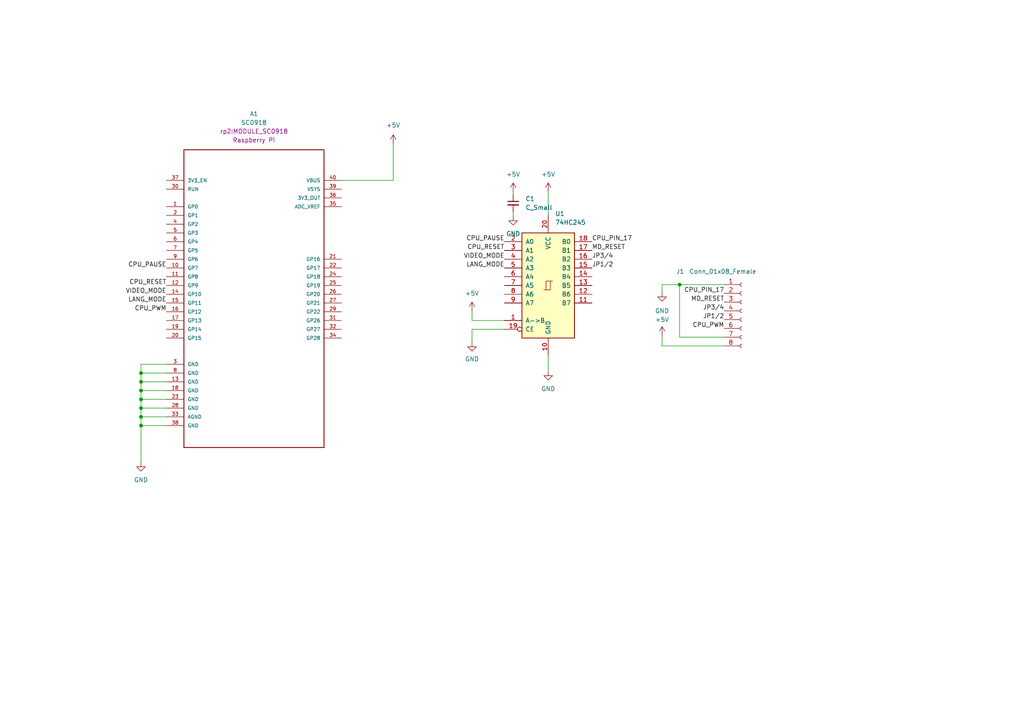
<source format=kicad_sch>
(kicad_sch (version 20211123) (generator eeschema)
  (paper "A4")
  (lib_symbols
    (symbol "74xx:74HC245" (pin_names (offset 1.016))
      (property "Reference" "U" (at -7.62 16.51 0))
      (property "Value" "74HC245" (at -7.62 -16.51 0))
      (symbol "74HC245_1_0"
        (polyline (pts (xy -0.635 -1.27) (xy -0.635 1.27) (xy 0.635 1.27)))
        (polyline (pts (xy -1.27 -1.27) (xy 0.635 -1.27) (xy 0.635 1.27) (xy 1.27 1.27)))
        (pin input line (at -12.7 -10.16 0) (length 5.08) (name "A->B") (number "1"))
        (pin power_in line (at 0 -20.32 90) (length 5.08) (name "GND") (number "10"))
        (pin tri_state line (at 12.7 -5.08 180) (length 5.08) (name "B7") (number "11"))
        (pin tri_state line (at 12.7 -2.54 180) (length 5.08) (name "B6") (number "12"))
        (pin tri_state line (at 12.7 0 180) (length 5.08) (name "B5") (number "13"))
        (pin tri_state line (at 12.7 2.54 180) (length 5.08) (name "B4") (number "14"))
        (pin tri_state line (at 12.7 5.08 180) (length 5.08) (name "B3") (number "15"))
        (pin tri_state line (at 12.7 7.62 180) (length 5.08) (name "B2") (number "16"))
        (pin tri_state line (at 12.7 10.16 180) (length 5.08) (name "B1") (number "17"))
        (pin tri_state line (at 12.7 12.7 180) (length 5.08) (name "B0") (number "18"))
        (pin input inverted (at -12.7 -12.7 0) (length 5.08) (name "CE") (number "19"))
        (pin tri_state line (at -12.7 12.7 0) (length 5.08) (name "A0") (number "2"))
        (pin power_in line (at 0 20.32 270) (length 5.08) (name "VCC") (number "20"))
        (pin tri_state line (at -12.7 10.16 0) (length 5.08) (name "A1") (number "3"))
        (pin tri_state line (at -12.7 7.62 0) (length 5.08) (name "A2") (number "4"))
        (pin tri_state line (at -12.7 5.08 0) (length 5.08) (name "A3") (number "5"))
        (pin tri_state line (at -12.7 2.54 0) (length 5.08) (name "A4") (number "6"))
        (pin tri_state line (at -12.7 0 0) (length 5.08) (name "A5") (number "7"))
        (pin tri_state line (at -12.7 -2.54 0) (length 5.08) (name "A6") (number "8"))
        (pin tri_state line (at -12.7 -5.08 0) (length 5.08) (name "A7") (number "9"))
      )
      (symbol "74HC245_1_1"
        (rectangle (start -7.62 15.24) (end 7.62 -15.24) (stroke (width 0.254)) (fill (type background)))
      )
    )
    (symbol "Connector:Conn_01x08_Female" (pin_names (offset 1.016) hide)
      (property "Reference" "J" (at 0 10.16 0))
      (property "Value" "Conn_01x08_Female" (at 0 -12.7 0))
      (symbol "Conn_01x08_Female_1_1"
        (arc (start 0 -9.652) (mid -0.508 -10.16) (end 0 -10.668) (stroke (width 0.1524)))
        (arc (start 0 -7.112) (mid -0.508 -7.62) (end 0 -8.128) (stroke (width 0.1524)))
        (arc (start 0 -4.572) (mid -0.508 -5.08) (end 0 -5.588) (stroke (width 0.1524)))
        (arc (start 0 -2.032) (mid -0.508 -2.54) (end 0 -3.048) (stroke (width 0.1524)))
        (polyline (pts (xy -1.27 -10.16) (xy -0.508 -10.16)) (stroke (width 0.1524)))
        (polyline (pts (xy -1.27 -7.62) (xy -0.508 -7.62)) (stroke (width 0.1524)))
        (polyline (pts (xy -1.27 -5.08) (xy -0.508 -5.08)) (stroke (width 0.1524)))
        (polyline (pts (xy -1.27 -2.54) (xy -0.508 -2.54)) (stroke (width 0.1524)))
        (polyline (pts (xy -1.27 0) (xy -0.508 0)) (stroke (width 0.1524)))
        (polyline (pts (xy -1.27 2.54) (xy -0.508 2.54)) (stroke (width 0.1524)))
        (polyline (pts (xy -1.27 5.08) (xy -0.508 5.08)) (stroke (width 0.1524)))
        (polyline (pts (xy -1.27 7.62) (xy -0.508 7.62)) (stroke (width 0.1524)))
        (arc (start 0 0.508) (mid -0.508 0) (end 0 -0.508) (stroke (width 0.1524)))
        (arc (start 0 3.048) (mid -0.508 2.54) (end 0 2.032) (stroke (width 0.1524)))
        (arc (start 0 5.588) (mid -0.508 5.08) (end 0 4.572) (stroke (width 0.1524)))
        (arc (start 0 8.128) (mid -0.508 7.62) (end 0 7.112) (stroke (width 0.1524)))
        (pin passive line (at -5.08 7.62 0) (length 3.81) (name "Pin_1") (number "1"))
        (pin passive line (at -5.08 5.08 0) (length 3.81) (name "Pin_2") (number "2"))
        (pin passive line (at -5.08 2.54 0) (length 3.81) (name "Pin_3") (number "3"))
        (pin passive line (at -5.08 0 0) (length 3.81) (name "Pin_4") (number "4"))
        (pin passive line (at -5.08 -2.54 0) (length 3.81) (name "Pin_5") (number "5"))
        (pin passive line (at -5.08 -5.08 0) (length 3.81) (name "Pin_6") (number "6"))
        (pin passive line (at -5.08 -7.62 0) (length 3.81) (name "Pin_7") (number "7"))
        (pin passive line (at -5.08 -10.16 0) (length 3.81) (name "Pin_8") (number "8"))
      )
    )
    (symbol "Device:C_Small" (pin_numbers hide) (pin_names (offset 0.254) hide)
      (property "Reference" "C" (at 0.254 1.778 0))
      (property "Value" "C_Small" (at 0.254 -2.032 0))
      (symbol "C_Small_0_1"
        (polyline (pts (xy -1.524 -0.508) (xy 1.524 -0.508)) (stroke (width 0.3302)))
        (polyline (pts (xy -1.524 0.508) (xy 1.524 0.508)) (stroke (width 0.3048)))
      )
      (symbol "C_Small_1_1"
        (pin passive line (at 0 2.54 270) (length 2.032) (name "~") (number "1"))
        (pin passive line (at 0 -2.54 90) (length 2.032) (name "~") (number "2"))
      )
    )
    (symbol "power:+5V" (power) (pin_names (offset 0))
      (property "Value" "+5V" (at 0 3.556 0))
      (symbol "+5V_0_1"
        (polyline (pts (xy -0.762 1.27) (xy 0 2.54)))
        (polyline (pts (xy 0 0) (xy 0 2.54)))
        (polyline (pts (xy 0 2.54) (xy 0.762 1.27)))
      )
      (symbol "+5V_1_1"
        (pin power_in line (at 0 0 90) (length 0) hide (name "+5V") (number "1"))
      )
    )
    (symbol "power:GND" (power) (pin_names (offset 0))
      (property "Value" "GND" (at 0 -3.81 0))
      (symbol "GND_0_1"
        (polyline (pts (xy 0 0) (xy 0 -1.27) (xy 1.27 -1.27) (xy 0 -2.54) (xy -1.27 -1.27) (xy 0 -1.27)))
      )
      (symbol "GND_1_1"
        (pin power_in line (at 0 0 270) (length 0) hide (name "GND") (number "1"))
      )
    )
    (symbol "rp2:SC0918" (pin_names (offset 1.016))
      (property "Reference" "A1" (at 0 58.42 0))
      (property "Value" "SC0918" (at 0 55.88 0))
      (property "Footprint" "Raspberry Pi:MODULE_SC0918" (at -12.7 -46.99 0))
      (property "manufacturer" "Raspberry Pi" (at 0 53.34 0))
      (symbol "SC0918_0_0"
        (rectangle (start -20.32 -43.18) (end 20.32 43.18) (stroke (width 0.254)))
        (pin bidirectional line (at -25.4 26.67 0) (length 5.08) (name "GP0") (number "1"))
        (pin bidirectional line (at -25.4 8.89 0) (length 5.08) (name "GP7") (number "10"))
        (pin bidirectional line (at -25.4 6.35 0) (length 5.08) (name "GP8") (number "11"))
        (pin bidirectional line (at -25.4 3.81 0) (length 5.08) (name "GP9") (number "12"))
        (pin power_in line (at -25.4 -24.13 0) (length 5.08) (name "GND") (number "13"))
        (pin bidirectional line (at -25.4 1.27 0) (length 5.08) (name "GP10") (number "14"))
        (pin bidirectional line (at -25.4 -1.27 0) (length 5.08) (name "GP11") (number "15"))
        (pin bidirectional line (at -25.4 -3.81 0) (length 5.08) (name "GP12") (number "16"))
        (pin bidirectional line (at -25.4 -6.35 0) (length 5.08) (name "GP13") (number "17"))
        (pin power_in line (at -25.4 -26.67 0) (length 5.08) (name "GND") (number "18"))
        (pin bidirectional line (at -25.4 -8.89 0) (length 5.08) (name "GP14") (number "19"))
        (pin bidirectional line (at -25.4 24.13 0) (length 5.08) (name "GP1") (number "2"))
        (pin bidirectional line (at -25.4 -11.43 0) (length 5.08) (name "GP15") (number "20"))
        (pin bidirectional line (at 25.4 11.43 180) (length 5.08) (name "GP16") (number "21"))
        (pin bidirectional line (at 25.4 8.89 180) (length 5.08) (name "GP17") (number "22"))
        (pin power_in line (at -25.4 -29.21 0) (length 5.08) (name "GND") (number "23"))
        (pin bidirectional line (at 25.4 6.35 180) (length 5.08) (name "GP18") (number "24"))
        (pin bidirectional line (at 25.4 3.81 180) (length 5.08) (name "GP19") (number "25"))
        (pin bidirectional line (at 25.4 1.27 180) (length 5.08) (name "GP20") (number "26"))
        (pin bidirectional line (at 25.4 -1.27 180) (length 5.08) (name "GP21") (number "27"))
        (pin power_in line (at -25.4 -31.75 0) (length 5.08) (name "GND") (number "28"))
        (pin bidirectional line (at 25.4 -3.81 180) (length 5.08) (name "GP22") (number "29"))
        (pin power_in line (at -25.4 -19.05 0) (length 5.08) (name "GND") (number "3"))
        (pin input line (at -25.4 31.75 0) (length 5.08) (name "RUN") (number "30"))
        (pin bidirectional line (at 25.4 -6.35 180) (length 5.08) (name "GP26") (number "31"))
        (pin bidirectional line (at 25.4 -8.89 180) (length 5.08) (name "GP27") (number "32"))
        (pin power_in line (at -25.4 -34.29 0) (length 5.08) (name "AGND") (number "33"))
        (pin bidirectional line (at 25.4 -11.43 180) (length 5.08) (name "GP28") (number "34"))
        (pin power_in line (at 25.4 26.67 180) (length 5.08) (name "ADC_VREF") (number "35"))
        (pin power_in line (at 25.4 29.21 180) (length 5.08) (name "3V3_OUT") (number "36"))
        (pin input line (at -25.4 34.29 0) (length 5.08) (name "3V3_EN") (number "37"))
        (pin power_in line (at -25.4 -36.83 0) (length 5.08) (name "GND") (number "38"))
        (pin free line (at 25.4 31.75 180) (length 5.08) (name "VSYS") (number "39"))
        (pin bidirectional line (at -25.4 21.59 0) (length 5.08) (name "GP2") (number "4"))
        (pin free line (at 25.4 34.29 180) (length 5.08) (name "VBUS") (number "40"))
        (pin bidirectional line (at -25.4 19.05 0) (length 5.08) (name "GP3") (number "5"))
        (pin bidirectional line (at -25.4 16.51 0) (length 5.08) (name "GP4") (number "6"))
        (pin bidirectional line (at -25.4 13.97 0) (length 5.08) (name "GP5") (number "7"))
        (pin power_in line (at -25.4 -21.59 0) (length 5.08) (name "GND") (number "8"))
        (pin bidirectional line (at -25.4 11.43 0) (length 5.08) (name "GP6") (number "9"))
      )
    )
  )
  (junction (at 40.894 123.444))
  (junction (at 40.894 115.824))
  (junction (at 40.894 118.364))
  (junction (at 40.894 120.904))
  (junction (at 40.894 113.284))
  (junction (at 40.894 108.204))
  (junction (at 40.894 110.744))
  (junction (at 197.104 82.55))
  (wire (pts (xy 48.26 105.664) (xy 40.894 105.664)))
  (wire (pts (xy 40.894 120.904) (xy 40.894 123.444)))
  (wire (pts (xy 159.004 103.124) (xy 159.004 107.696)))
  (wire (pts (xy 148.844 61.468) (xy 148.844 62.738)))
  (wire (pts (xy 48.26 115.824) (xy 40.894 115.824)))
  (wire (pts (xy 40.894 113.284) (xy 48.26 113.284)))
  (wire (pts (xy 40.894 113.284) (xy 40.894 115.824)))
  (wire (pts (xy 40.894 118.364) (xy 40.894 120.904)))
  (wire (pts (xy 192.024 84.836) (xy 192.024 82.55)))
  (wire (pts (xy 40.894 110.744) (xy 40.894 113.284)))
  (wire (pts (xy 40.894 123.444) (xy 40.894 134.112)))
  (wire (pts (xy 159.004 55.626) (xy 159.004 62.484)))
  (wire (pts (xy 48.26 123.444) (xy 40.894 123.444)))
  (wire (pts (xy 40.894 118.364) (xy 48.26 118.364)))
  (wire (pts (xy 40.894 105.664) (xy 40.894 108.204)))
  (wire (pts (xy 48.26 120.904) (xy 40.894 120.904)))
  (wire (pts (xy 136.906 95.504) (xy 136.906 99.314)))
  (wire (pts (xy 192.024 97.282) (xy 192.024 100.33)))
  (wire (pts (xy 114.046 41.656) (xy 114.046 52.324)))
  (wire (pts (xy 40.894 108.204) (xy 48.26 108.204)))
  (wire (pts (xy 197.104 97.79) (xy 197.104 82.55)))
  (wire (pts (xy 136.906 92.964) (xy 146.304 92.964)))
  (wire (pts (xy 197.104 82.55) (xy 210.058 82.55)))
  (wire (pts (xy 192.024 82.55) (xy 197.104 82.55)))
  (wire (pts (xy 148.844 55.626) (xy 148.844 56.388)))
  (wire (pts (xy 136.906 95.504) (xy 146.304 95.504)))
  (wire (pts (xy 40.894 110.744) (xy 48.26 110.744)))
  (wire (pts (xy 40.894 108.204) (xy 40.894 110.744)))
  (wire (pts (xy 136.906 90.17) (xy 136.906 92.964)))
  (wire (pts (xy 210.058 97.79) (xy 197.104 97.79)))
  (wire (pts (xy 99.06 52.324) (xy 114.046 52.324)))
  (wire (pts (xy 192.024 100.33) (xy 210.058 100.33)))
  (wire (pts (xy 40.894 115.824) (xy 40.894 118.364)))
  (label "CPU_PWM" (at 48.26 90.424 180))
  (label "CPU_PIN_17" (at 210.058 85.09 180))
  (label "CPU_PWM" (at 210.058 95.25 180))
  (label "CPU_RESET" (at 48.26 82.804 180))
  (label "MD_RESET" (at 171.704 72.644 0))
  (label "CPU_PIN_17" (at 171.704 70.104 0))
  (label "VIDEO_MODE" (at 48.26 85.344 180))
  (label "CPU_PAUSE" (at 48.26 77.724 180))
  (label "LANG_MODE" (at 48.26 87.884 180))
  (label "MD_RESET" (at 210.058 87.63 180))
  (label "JP1{slash}2" (at 210.058 92.71 180))
  (label "LANG_MODE" (at 146.304 77.724 180))
  (label "JP3{slash}4" (at 171.704 75.184 0))
  (label "CPU_RESET" (at 146.304 72.644 180))
  (label "VIDEO_MODE" (at 146.304 75.184 180))
  (label "JP3{slash}4" (at 210.058 90.17 180))
  (label "CPU_PAUSE" (at 146.304 70.104 180))
  (label "JP1{slash}2" (at 171.704 77.724 0))
  (symbol (lib_id "power:GND") (at 136.906 99.314 0) (unit 1)
    (property "Reference" "#PWR0107" (effects hide))
    (property "Value" "GND" (at 136.906 104.14 0))
  )
  (symbol (lib_id "Device:C_Small") (at 148.844 58.928 0) (unit 1)
    (property "Reference" "C1" (at 152.4 57.6642 0) (effects (justify left)))
    (property "Value" "C_Small" (at 152.4 60.2042 0) (effects (justify left)))
    (property "Footprint" "Capacitor_SMD:C_0603_1608Metric" (effects hide))
  )
  (symbol (lib_id "rp2:SC0918") (at 73.66 86.614 0) (unit 1)
    (property "Reference" "A1" (at 73.66 33.02 0))
    (property "Value" "SC0918" (at 73.66 35.56 0))
    (property "Footprint" "rp2:MODULE_SC0918" (at 73.66 38.1 0))
    (property "Datasheet" "https://datasheets.raspberrypi.com/picow/pico-w-datasheet.pdf" (effects hide))
    (property "manufacturer" "Raspberry Pi" (at 73.66 40.64 0))
    (property "P/N" "SC0918" (effects hide))
    (property "PARTREV" "1.6" (effects hide))
    (property "MAXIMUM_PACKAGE_HEIGHT" "3.73mm" (effects hide))
  )
  (symbol (lib_id "power:GND") (at 40.894 134.112 0) (unit 1)
    (property "Reference" "#PWR0104" (effects hide))
    (property "Value" "GND" (at 40.894 139.192 0))
  )
  (symbol (lib_id "power:GND") (at 148.844 62.738 0) (unit 1)
    (property "Reference" "#PWR0110" (effects hide))
    (property "Value" "GND" (at 148.844 67.818 0))
  )
  (symbol (lib_id "power:GND") (at 159.004 107.696 0) (unit 1)
    (property "Reference" "#PWR0102" (effects hide))
    (property "Value" "GND" (at 159.004 112.776 0))
  )
  (symbol (lib_id "power:+5V") (at 148.844 55.626 0) (unit 1)
    (property "Reference" "#PWR0109" (effects hide))
    (property "Value" "+5V" (at 148.844 50.546 0))
  )
  (symbol (lib_id "74xx:74HC245") (at 159.004 82.804 0) (unit 1)
    (property "Reference" "U1" (at 161.0234 61.976 0) (effects (justify left)))
    (property "Value" "74HC245" (at 161.0234 64.516 0) (effects (justify left)))
    (property "Footprint" "Package_SO:SOIC-20W_7.5x12.8mm_P1.27mm" (effects hide))
    (property "Datasheet" "http://www.ti.com/lit/gpn/sn74HC245" (effects hide))
  )
  (symbol (lib_id "power:+5V") (at 114.046 41.656 0) (unit 1)
    (property "Reference" "#PWR0103" (effects hide))
    (property "Value" "+5V" (at 114.046 36.322 0))
  )
  (symbol (lib_id "Connector:Conn_01x08_Female") (at 215.138 90.17 0) (unit 1)
    (property "Reference" "J1" (at 196.088 78.74 0) (effects (justify left)))
    (property "Value" "Conn_01x08_Female" (at 199.898 78.74 0) (effects (justify left)))
    (property "Footprint" "Connector_PinSocket_2.54mm:PinSocket_1x08_P2.54mm_Vertical" (effects hide))
  )
  (symbol (lib_id "power:+5V") (at 159.004 55.626 0) (unit 1)
    (property "Reference" "#PWR0101" (effects hide))
    (property "Value" "+5V" (at 159.004 50.546 0))
  )
  (symbol (lib_id "power:+5V") (at 136.906 90.17 0) (unit 1)
    (property "Reference" "#PWR0108" (effects hide))
    (property "Value" "+5V" (at 136.906 85.09 0))
  )
  (symbol (lib_id "power:+5V") (at 192.024 97.282 0) (unit 1)
    (property "Reference" "#PWR0106" (effects hide))
    (property "Value" "+5V" (at 192.024 92.71 0))
  )
  (symbol (lib_id "power:GND") (at 192.024 84.836 0) (unit 1)
    (property "Reference" "#PWR0105" (effects hide))
    (property "Value" "GND" (at 192.024 90.17 0))
  )
)
</source>
